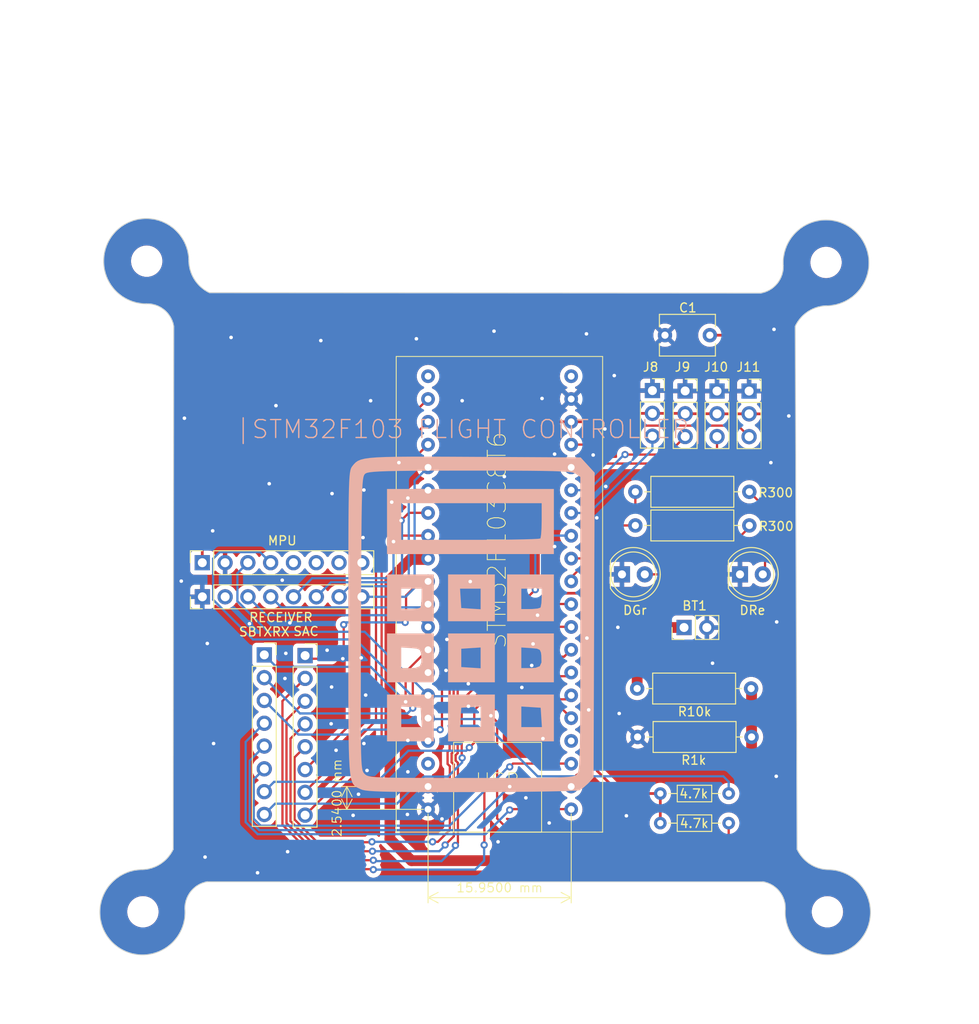
<source format=kicad_pcb>
(kicad_pcb (version 20221018) (generator pcbnew)
  (layers (0 "F.Cu" signal) (31 "B.Cu" signal) (34 "B.Paste" user) (35 "F.Paste" user) (36 "B.SilkS" user "B.Silkscreen") (37 "F.SilkS" user "F.Silkscreen") (38 "B.Mask" user) (39 "F.Mask" user) (44 "Edge.Cuts" user))
  (net 0 "")
  (net 1 "VCC")
  (net 2 "GND")
  (net 3 "/SCL")
  (net 4 "/SDA")
  (net 9 "/TX")
  (net 10 "/RX")
  (net 11 "/ESC1")
  (net 12 "/ESC2")
  (net 13 "/ESC3")
  (net 14 "/ESC4")
  (net 15 "/CH6")
  (net 16 "/CH5")
  (net 17 "/CH4")
  (net 18 "/CH3")
  (net 19 "/CH2")
  (net 20 "/CH1")
  (net 21 "/BATT_ANALOG")
  (net 22 "/PB3")
  (net 23 "Net-(D1-A)")
  (net 24 "/PB4")
  (net 25 "Net-(D2-A)")
  (net 26 "/C13")
  (net 27 "/C14")
  (net 28 "/C15")
  (net 29 "/PA5")
  (net 30 "/PB0")
  (net 31 "/PB1")
  (net 32 "/PB12")
  (net 33 "/PB13")
  (net 34 "/PB14")
  (net 35 "/PA8")
  (net 36 "+5V")
  (net 37 "/PA11")
  (net 38 "/PA12")
  (net 39 "/PA15")
  (net 40 "/PB5")
  (net 41 "Net-(J6-Pin_2)")
  (footprint "Connector_PinHeader_2.54mm:PinHeader_1x08_P2.54mm_Vertical" (layer "F.Cu") (at 98.85 102.8 90)
    (fp_text reference "J6" hide)
    (fp_text value "RECEIVER")
  )
  (footprint "Connector_PinSocket_2.54mm:PinSocket_1x08_P2.54mm_Vertical" (layer "F.Cu") (at 98.84 99 90)
    (fp_text reference "MPU")
    (fp_text value "mpu6050 socket pins")
  )
  (footprint "Connector_PinSocket_2.54mm:PinSocket_1x03_P2.54mm_Vertical" (layer "F.Cu") (at 159.775 79.875)
    (fp_text reference "J11")
    (fp_text value "ESC4 VGS")
  )
  (footprint "MountingHole:MountingHole_3.2mm_M3" (layer "F.Cu") (at 92.65 65.4)
    (fp_text reference "REF**" hide)
    (fp_text value "MountingHole_3mm")
  )
  (footprint "Connector_PinSocket_2.54mm:PinSocket_1x03_P2.54mm_Vertical" (layer "F.Cu") (at 149 79.82)
    (fp_text reference "J8")
    (fp_text value "ESC1 VGS")
  )
  (footprint "Library:stm32f103" (layer "F.Cu") (at 143.45 75.62 180)
    (fp_text reference "U1" hide)
    (fp_text value "STM32F103C8Tx" hide)
  )
  (footprint "Connector_PinHeader_2.54mm:PinHeader_1x02_P2.54mm_Vertical" (layer "F.Cu") (at 152.525 106.22 90)
    (fp_text reference "BT1")
    (fp_text value "Battery")
  )
  (footprint "Resistor_THT:R_Axial_DIN0309_L9.0mm_D3.2mm_P12.70mm_Horizontal" (layer "F.Cu") (at 160 113.02 180)
    (fp_text reference "R10k")
    (fp_text value "R" hide)
  )
  (footprint "LED_THT:LED_D5.0mm" (layer "F.Cu") (at 145.61 100.3)
    (fp_text reference "DGr")
    (fp_text value "LED")
  )
  (footprint "Capacitor_THT:C_Disc_D6.0mm_W4.4mm_P5.00mm" (layer "F.Cu") (at 155.4 73.65 180)
    (fp_text reference "C1")
    (fp_text value "C")
  )
  (footprint "Connector_PinSocket_2.54mm:PinSocket_1x08_P2.54mm_Vertical" (layer "F.Cu") (at 105.75 109.27)
    (fp_text reference "SBTXRX")
    (fp_text value "connector socket 2")
  )
  (footprint "Resistor_THT:R_Axial_DIN0204_L3.6mm_D1.6mm_P7.62mm_Horizontal" (layer "F.Cu") (at 149.88 128.02)
    (fp_text reference "4.7k")
    (fp_text value "4.7k")
  )
  (footprint "Resistor_THT:R_Axial_DIN0309_L9.0mm_D3.2mm_P12.70mm_Horizontal" (layer "F.Cu") (at 147.1 94.85)
    (fp_text reference "R300")
    (fp_text value "R" hide)
  )
  (footprint "Resistor_THT:R_Axial_DIN0204_L3.6mm_D1.6mm_P7.62mm_Horizontal" (layer "F.Cu") (at 149.88 124.72)
    (fp_text reference "4.7k")
    (fp_text value "4.7k")
  )
  (footprint "Connector_PinSocket_2.54mm:PinSocket_1x03_P2.54mm_Vertical" (layer "F.Cu") (at 156.2 79.87)
    (fp_text reference "J10")
    (fp_text value "ESC3 VGS")
  )
  (footprint "Resistor_THT:R_Axial_DIN0309_L9.0mm_D3.2mm_P12.70mm_Horizontal" (layer "F.Cu") (at 147.35 118.42)
    (fp_text reference "R1k")
    (fp_text value "R" hide)
  )
  (footprint "Connector_PinSocket_2.54mm:PinSocket_1x03_P2.54mm_Vertical" (layer "F.Cu") (at 152.65 79.86)
    (fp_text reference "J9")
    (fp_text value "ESC2 VGS")
  )
  (footprint "Resistor_THT:R_Axial_DIN0309_L9.0mm_D3.2mm_P12.70mm_Horizontal" (layer "F.Cu") (at 147.1 91.1)
    (fp_text reference "R300")
    (fp_text value "R" hide)
  )
  (footprint "MountingHole:MountingHole_3.2mm_M3" (layer "F.Cu") (at 168.35 65.54041)
    (fp_text reference "REF**" hide)
    (fp_text value "MountingHole_3mm")
  )
  (footprint "Connector_PinSocket_2.54mm:PinSocket_1x08_P2.54mm_Vertical" (layer "F.Cu") (at 110.3 109.35)
    (fp_text reference "SAC")
    (fp_text value "connector socket 1")
  )
  (footprint "MountingHole:MountingHole_3.2mm_M3" (layer "F.Cu") (at 168.5 137.9)
    (fp_text reference "REF**" hide)
    (fp_text value "MountingHole_3mm")
  )
  (footprint "MountingHole:MountingHole_3.2mm_M3" (layer "F.Cu") (at 92.226651 137.894591)
    (fp_text reference "REF**" hide)
    (fp_text value "MountingHole_3mm")
  )
  (footprint "LED_THT:LED_D5.0mm" (layer "F.Cu") (at 158.76 100.3)
    (fp_text reference "DRe")
    (fp_text value "LED")
  )
  (footprint "Graphics:pcbLogo_40mmx40mm" (layer "B.Cu") (at 128.95 105.75 180)
    (fp_text reference "G***" hide)
    (fp_text value "LOGO" hide)
  )
  (gr_arc (start 92.6 70.154208) (mid 89.238267 62.038267) (end 97.354208 65.4) (stroke (width 0.1)) (layer "Edge.Cuts"))
  (gr_line (start 95.655311 72.649099) (end 95.597205 130.930686) (stroke (width 0.1)) (layer "Edge.Cuts"))
  (gr_arc (start 164.920308 72.65) (mid 166.317955 71.034602) (end 168.35 70.376025) (stroke (width 0.1)) (layer "Edge.Cuts"))
  (gr_arc (start 168.55 133.195792) (mid 171.783705 141.435083) (end 163.809084 137.594747) (stroke (width 0.1)) (layer "Edge.Cuts"))
  (gr_arc (start 92.6 70.154208) (mid 94.59587 70.828266) (end 95.655311 72.649099) (stroke (width 0.1)) (layer "Edge.Cuts"))
  (gr_arc (start 163.574058 65.894541) (mid 162.899993 67.89041) (end 161.079167 68.949852) (stroke (width 0.1)) (layer "Edge.Cuts"))
  (gr_arc (start 96.917567 137.589338) (mid 88.942958 141.429662) (end 92.176651 133.190383) (stroke (width 0.1)) (layer "Edge.Cuts"))
  (gr_arc (start 95.597205 130.930686) (mid 94.203159 132.539221) (end 92.176651 133.190383) (stroke (width 0.1)) (layer "Edge.Cuts"))
  (gr_line (start 99.4 134.55) (end 161.32665 134.555409) (stroke (width 0.1)) (layer "Edge.Cuts"))
  (gr_arc (start 96.917567 137.589338) (mid 97.588483 135.603866) (end 99.4 134.55) (stroke (width 0.1)) (layer "Edge.Cuts"))
  (gr_arc (start 163.574059 65.894541) (mid 171.624649 62.100599) (end 168.35 70.376025) (stroke (width 0.1)) (layer "Edge.Cuts"))
  (gr_arc (start 161.32665 134.555409) (mid 163.138155 135.609285) (end 163.809083 137.594747) (stroke (width 0.1)) (layer "Edge.Cuts"))
  (gr_line (start 99.643238 68.914321) (end 161.079167 68.949852) (stroke (width 0.1)) (layer "Edge.Cuts"))
  (gr_line (start 164.920308 72.65) (end 165.129446 130.936095) (stroke (width 0.1)) (layer "Edge.Cuts"))
  (gr_arc (start 168.55 133.195792) (mid 166.523487 132.544637) (end 165.129446 130.936095) (stroke (width 0.1)) (layer "Edge.Cuts"))
  (gr_arc (start 99.643238 68.914321) (mid 98.000762 67.481504) (end 97.354208 65.4) (stroke (width 0.1)) (layer "Edge.Cuts"))
  (gr_text "|STM32F103 FLIGHT CONTROLLER|" (at 102.35 85.3) (layer "B.SilkS") (effects (font (size 2 2)) (justify left bottom)))
  (segment (start 149.18 106.22) (end 147.3 108.1) (width 1.2) (layer "F.Cu") (net 1))
  (segment (start 152.525 106.22) (end 149.18 106.22) (width 1.2) (layer "F.Cu") (net 1))
  (segment (start 147.3 108.1) (end 147.3 113.02) (width 1.2) (layer "F.Cu") (net 1))
  (via (at 117.2 122.15) (size 0.8) (drill 0.4) (layers "F.Cu" "B.Cu") (net 2))
  (via (at 121.75 122.3) (size 0.8) (drill 0.4) (layers "F.Cu" "B.Cu") (net 2))
  (via (at 121.75 118.8) (size 0.8) (drill 0.4) (layers "F.Cu" "B.Cu") (net 2))
  (via (at 132.5 89.4) (size 0.8) (drill 0.4) (layers "F.Cu" "B.Cu") (net 2))
  (via (at 126 111) (size 0.8) (drill 0.4) (layers "F.Cu" "B.Cu") (net 2))
  (via (at 108.15 109.1) (size 0.8) (drill 0.4) (layers "F.Cu" "B.Cu") (net 2))
  (via (at 138.1 97.2) (size 0.8) (drill 0.4) (layers "F.Cu" "B.Cu") (net 2))
  (via (at 108.6 105.7) (size 0.8) (drill 0.4) (layers "F.Cu" "B.Cu") (net 2))
  (via (at 136.2 104.85) (size 0.8) (drill 0.4) (layers "F.Cu" "B.Cu") (net 2))
  (via (at 162.8 122.8) (size 0.8) (drill 0.4) (layers "F.Cu" "B.Cu") (net 2))
  (via (at 112.05 74.25) (size 0.8) (drill 0.4) (layers "F.Cu" "B.Cu") (net 2))
  (via (at 145.3 115.8) (size 0.8) (drill 0.4) (layers "F.Cu" "B.Cu") (net 2))
  (via (at 141.9 115.4) (size 0.8) (drill 0.4) (layers "F.Cu" "B.Cu") (net 2))
  (via (at 137.5 128) (size 0.8) (drill 0.4) (layers "F.Cu" "B.Cu") (net 2))
  (via (at 108.35 131.2) (size 0.8) (drill 0.4) (layers "F.Cu" "B.Cu") (net 2))
  (via (at 143.7 84.1) (size 0.8) (drill 0.4) (layers "F.Cu" "B.Cu") (net 2))
  (via (at 106.3 90.2) (size 0.8) (drill 0.4) (layers "F.Cu" "B.Cu") (net 2))
  (via (at 120.75 87.85) (size 0.8) (drill 0.4) (layers "F.Cu" "B.Cu") (net 2))
  (via (at 99.4 108) (size 0.8) (drill 0.4) (layers "F.Cu" "B.Cu") (net 2))
  (via (at 96.85 82.9) (size 0.8) (drill 0.4) (layers "F.Cu" "B.Cu") (net 2))
  (via (at 136.8 118.6) (size 0.8) (drill 0.4) (layers "F.Cu" "B.Cu") (net 2))
  (via (at 116.75 96.2) (size 0.8) (drill 0.4) (layers "F.Cu" "B.Cu") (net 2))
  (via (at 134.45 112.9) (size 0.8) (drill 0.4) (layers "F.Cu" "B.Cu") (net 2))
  (via (at 145.15 106.2) (size 0.8) (drill 0.4) (layers "F.Cu" "B.Cu") (net 2))
  (via (at 128.487299 112.487299) (size 0.8) (drill 0.4) (layers "F.Cu" "B.Cu") (net 2))
  (via (at 107.05 81.5) (size 0.8) (drill 0.4) (layers "F.Cu" "B.Cu") (net 2))
  (via (at 162.55 73) (size 0.8) (drill 0.4) (layers "F.Cu" "B.Cu") (net 2))
  (via (at 104.1 105.8) (size 0.8) (drill 0.4) (layers "F.Cu" "B.Cu") (net 2))
  (via (at 116.85 119.15) (size 0.8) (drill 0.4) (layers "F.Cu" "B.Cu") (net 2))
  (via (at 96.5 101.05) (size 0.8) (drill 0.4) (layers "F.Cu" "B.Cu") (net 2))
  (via (at 135.7 108.05) (size 0.8) (drill 0.4) (layers "F.Cu" "B.Cu") (net 2))
  (via (at 113.3 91.3) (size 0.8) (drill 0.4) (layers "F.Cu" "B.Cu") (net 2))
  (via (at 119.95 92.25) (size 0.8) (drill 0.4) (layers "F.Cu" "B.Cu") (net 2))
  (via (at 99.15 131.8) (size 0.8) (drill 0.4) (layers "F.Cu" "B.Cu") (net 2))
  (via (at 138.1 86.9) (size 0.8) (drill 0.4) (layers "F.Cu" "B.Cu") (net 2))
  (via (at 105 133.55) (size 0.8) (drill 0.4) (layers "F.Cu" "B.Cu") (net 2))
  (via (at 164.2 82.65) (size 0.8) (drill 0.4) (layers "F.Cu" "B.Cu") (net 2))
  (via (at 100 95.45) (size 0.8) (drill 0.4) (layers "F.Cu" "B.Cu") (net 2))
  (via (at 144.75 78.15) (size 0.8) (drill 0.4) (layers "F.Cu" "B.Cu") (net 2))
  (via (at 162.2 87.85) (size 0.8) (drill 0.4) (layers "F.Cu" "B.Cu") (net 2))
  (via (at 131.35 73.2) (size 0.8) (drill 0.4) (layers "F.Cu" "B.Cu") (net 2))
  (via (at 117.6 80.95) (size 0.8) (drill 0.4) (layers "F.Cu" "B.Cu") (net 2))
  (via (at 112.75 108.75) (size 0.8) (drill 0.4) (layers "F.Cu" "B.Cu") (net 2))
  (via (at 128.5 115) (size 0.8) (drill 0.4) (layers "F.Cu" "B.Cu") (net 2))
  (via (at 108.05 111.9) (size 0.8) (drill 0.4) (layers "F.Cu" "B.Cu") (net 2))
  (via (at 116.55 109.6) (size 0.8) (drill 0.4) (layers "F.Cu" "B.Cu") (net 2))
  (via (at 126.1 107.55) (size 0.8) (drill 0.4) (layers "F.Cu" "B.Cu") (net 2))
  (via (at 102.05 73.9) (size 0.8) (drill 0.4) (layers "F.Cu" "B.Cu") (net 2))
  (via (at 136.7 80.7) (size 0.8) (drill 0.4) (layers "F.Cu" "B.Cu") (net 2))
  (via (at 142.8 94) (size 0.8) (drill 0.4) (layers "F.Cu" "B.Cu") (net 2))
  (via (at 127.8 80.95) (size 0.8) (drill 0.4) (layers "F.Cu" "B.Cu") (net 2))
  (via (at 162.85 105.6) (size 0.8) (drill 0.4) (layers "F.Cu" "B.Cu") (net 2))
  (via (at 142.4 87) (size 0.8) (drill 0.4) (layers "F.Cu" "B.Cu") (net 2))
  (via (at 113.75 119.9) (size 0.8) (drill 0.4) (layers "F.Cu" "B.Cu") (net 2))
  (via (at 121.7 127.05) (size 0.8) (drill 0.4) (layers "F.Cu" "B.Cu") (net 2))
  (via (at 141.7 107.4) (size 0.8) (drill 0.4) (layers "F.Cu" "B.Cu") (net 2))
  (via (at 114.5 109.7) (size 0.8) (drill 0.4) (layers "F.Cu" "B.Cu") (net 2))
  (via (at 113.25 112.85) (size 0.8) (drill 0.4) (layers "F.Cu" "B.Cu") (net 2))
  (via (at 125.55 127.55) (size 0.8) (drill 0.4) (layers "F.Cu" "B.Cu") (net 2))
  (via (at 146.1 127.2) (size 0.8) (drill 0.4) (layers "F.Cu" "B.Cu") (net 2))
  (via (at 115.65 127.15) (size 0.8) (drill 0.4) (layers "F.Cu" "B.Cu") (net 2))
  (via (at 113.2 116.95) (size 0.8) (drill 0.4) (layers "F.Cu" "B.Cu") (net 2))
  (via (at 107.75 100.95) (size 0.8) (drill 0.4) (layers "F.Cu" "B.Cu") (net 2))
  (via (at 143.8 90.5) (size 0.8) (drill 0.4) (layers "F.Cu" "B.Cu") (net 2))
  (via (at 116.85 90.9) (size 0.8) (drill 0.4) (layers "F.Cu" "B.Cu") (net 2))
  (via (at 100.1 119.15) (size 0.8) (drill 0.4) (layers "F.Cu" "B.Cu") (net 2))
  (via (at 134.9 125.2) (size 0.8) (drill 0.4) (layers "F.Cu" "B.Cu") (net 2))
  (via (at 155.7 110.2) (size 0.8) (drill 0.4) (layers "F.Cu" "B.Cu") (net 2))
  (via (at 122.7 74.05) (size 0.8) (drill 0.4) (layers "F.Cu" "B.Cu") (net 2))
  (via (at 131.8 130.1) (size 0.8) (drill 0.4) (layers "F.Cu" "B.Cu") (net 2))
  (via (at 141.65 73.5) (size 0.8) (drill 0.4) (layers "F.Cu" "B.Cu") (net 2))
  (via (at 117.05 113.75) (size 0.8) (drill 0.4) (layers "F.Cu" "B.Cu") (net 2))
  (via (at 135.55 110.45) (size 0.8) (drill 0.4) (layers "F.Cu" "B.Cu") (net 2))
  (via (at 128.7 101.1) (size 0.8) (drill 0.4) (layers "F.Cu" "B.Cu") (net 2))
  (via (at 116.25 124.8) (size 0.8) (drill 0.4) (layers "F.Cu" "B.Cu") (net 2))
  (segment (start 131.7 127.5) (end 134.1 129.9) (width 0.25) (layer "F.Cu") (net 3))
  (segment (start 134.1 129.9) (end 157.1 129.9) (width 0.25) (layer "F.Cu") (net 3))
  (segment (start 131.7 116.75) (end 131.7 127.5) (width 0.25) (layer "F.Cu") (net 3))
  (segment (start 157.5 129.5) (end 157.5 128.02) (width 0.25) (layer "F.Cu") (net 3))
  (segment (start 157.1 129.9) (end 157.5 129.5) (width 0.25) (layer "F.Cu") (net 3))
  (segment (start 131 116.05) (end 131.7 116.75) (width 0.25) (layer "F.Cu") (net 3))
  (via (at 131 116.05) (size 0.8) (drill 0.4) (layers "F.Cu" "B.Cu") (net 3))
  (segment (start 131 116.05) (end 128.83 113.88) (width 0.25) (layer "B.Cu") (net 3))
  (segment (start 128.83 113.88) (end 124.12 113.88) (width 0.25) (layer "B.Cu") (net 3))
  (segment (start 116.94 106.7) (end 124 113.76) (width 0.25) (layer "B.Cu") (net 3))
  (segment (start 102.755 103.286701) (end 106.168299 106.7) (width 0.25) (layer "B.Cu") (net 3))
  (segment (start 124.12 113.88) (end 124 113.76) (width 0.25) (layer "B.Cu") (net 3))
  (segment (start 106.168299 106.7) (end 116.94 106.7) (width 0.25) (layer "B.Cu") (net 3))
  (segment (start 103.92 99) (end 102.755 100.165) (width 0.25) (layer "B.Cu") (net 3))
  (segment (start 102.755 100.165) (end 102.755 103.286701) (width 0.25) (layer "B.Cu") (net 3))
  (segment (start 124 115.624695) (end 115.925305 107.55) (width 0.25) (layer "B.Cu") (net 4))
  (segment (start 157.5 124.72) (end 157.5 123.4) (width 0.25) (layer "B.Cu") (net 4))
  (segment (start 100.05 103.121701) (end 100.05 98.55) (width 0.25) (layer "B.Cu") (net 4))
  (segment (start 124 116.3) (end 124 115.624695) (width 0.25) (layer "B.Cu") (net 4))
  (segment (start 115.925305 107.55) (end 104.478299 107.55) (width 0.25) (layer "B.Cu") (net 4))
  (segment (start 157.5 123.4) (end 156.9 122.8) (width 0.25) (layer "B.Cu") (net 4))
  (segment (start 136.2 122.8) (end 133.4 120) (width 0.25) (layer "B.Cu") (net 4))
  (segment (start 105.285 97.825) (end 106.46 99) (width 0.25) (layer "B.Cu") (net 4))
  (segment (start 100.05 98.55) (end 100.775 97.825) (width 0.25) (layer "B.Cu") (net 4))
  (segment (start 129.82 116.42) (end 124.36 116.42) (width 0.25) (layer "B.Cu") (net 4))
  (segment (start 104.478299 107.55) (end 100.05 103.121701) (width 0.25) (layer "B.Cu") (net 4))
  (segment (start 100.775 97.825) (end 105.285 97.825) (width 0.25) (layer "B.Cu") (net 4))
  (segment (start 156.9 122.8) (end 136.2 122.8) (width 0.25) (layer "B.Cu") (net 4))
  (segment (start 133.4 120) (end 129.82 116.42) (width 0.25) (layer "B.Cu") (net 4))
  (segment (start 127.75 120.7) (end 127.75 114.35) (width 0.25) (layer "F.Cu") (net 9))
  (segment (start 127.8 120.75) (end 127.75 120.7) (width 0.25) (layer "F.Cu") (net 9))
  (segment (start 139.52 111.65) (end 139.95 111.22) (width 0.25) (layer "F.Cu") (net 9))
  (segment (start 139.83 111.34) (end 139.6 111.34) (width 0.25) (layer "F.Cu") (net 9))
  (segment (start 127.75 114.35) (end 130.45 111.65) (width 0.25) (layer "F.Cu") (net 9))
  (segment (start 130.45 111.65) (end 139.52 111.65) (width 0.25) (layer "F.Cu") (net 9))
  (segment (start 139.95 111.22) (end 139.83 111.34) (width 0.25) (layer "F.Cu") (net 9))
  (via (at 127.8 120.75) (size 0.8) (drill 0.4) (layers "F.Cu" "B.Cu") (net 9))
  (segment (start 127.8 120.75) (end 127.8 121.25) (width 0.25) (layer "B.Cu") (net 9))
  (segment (start 120.532749 125.85) (end 106.95 125.85) (width 0.25) (layer "B.Cu") (net 9))
  (segment (start 123.549749 122.833) (end 120.532749 125.85) (width 0.25) (layer "B.Cu") (net 9))
  (segment (start 106.95 125.85) (end 105.75 127.05) (width 0.25) (layer "B.Cu") (net 9))
  (segment (start 127.8 121.25) (end 126.217 122.833) (width 0.25) (layer "B.Cu") (net 9))
  (segment (start 126.217 122.833) (end 123.549749 122.833) (width 0.25) (layer "B.Cu") (net 9))
  (segment (start 128.6 119.6) (end 129.15 119.05) (width 0.25) (layer "F.Cu") (net 10))
  (segment (start 129.15 119.05) (end 129.15 115.424695) (width 0.25) (layer "F.Cu") (net 10))
  (segment (start 130.349695 114.225) (end 139.485 114.225) (width 0.25) (layer "F.Cu") (net 10))
  (segment (start 129.15 115.424695) (end 130.349695 114.225) (width 0.25) (layer "F.Cu") (net 10))
  (segment (start 139.485 114.225) (end 139.95 113.76) (width 0.25) (layer "F.Cu") (net 10))
  (via (at 128.6 119.6) (size 0.8) (drill 0.4) (layers "F.Cu" "B.Cu") (net 10))
  (segment (start 128.6 119.6) (end 128.25 119.95) (width 0.25) (layer "B.Cu") (net 10))
  (segment (start 105.75 124.51) (end 106.845 123.415) (width 0.25) (layer "B.Cu") (net 10))
  (segment (start 128.25 119.95) (end 126.627208 119.95) (width 0.25) (layer "B.Cu") (net 10))
  (segment (start 121.8 119.95) (end 126.6 119.95) (width 0.25) (layer "B.Cu") (net 10))
  (segment (start 106.845 123.415) (end 118.335 123.415) (width 0.25) (layer "B.Cu") (net 10))
  (segment (start 118.335 123.415) (end 121.8 119.95) (width 0.25) (layer "B.Cu") (net 10))
  (segment (start 141.94 93.46) (end 139.95 93.46) (width 0.25) (layer "B.Cu") (net 11))
  (segment (start 149 86.4) (end 141.94 93.46) (width 0.25) (layer "B.Cu") (net 11))
  (segment (start 149 84.9) (end 149 86.4) (width 0.25) (layer "B.Cu") (net 11))
  (segment (start 145.95 86.95) (end 150.64 86.95) (width 0.25) (layer "F.Cu") (net 12))
  (segment (start 150.64 86.95) (end 152.65 84.94) (width 0.25) (layer "F.Cu") (net 12))
  (via (at 145.95 86.95) (size 0.8) (drill 0.4) (layers "F.Cu" "B.Cu") (net 12))
  (segment (start 139.95 90.92) (end 141.88 90.92) (width 0.25) (layer "B.Cu") (net 12))
  (segment (start 145.85 86.95) (end 145.95 86.95) (width 0.25) (layer "B.Cu") (net 12))
  (segment (start 145.95 86.85) (end 145.95 86.85) (width 0.25) (layer "B.Cu") (net 12))
  (segment (start 145.95 86.95) (end 145.95 86.85) (width 0.25) (layer "B.Cu") (net 12))
  (segment (start 141.88 90.92) (end 145.85 86.95) (width 0.25) (layer "B.Cu") (net 12))
  (segment (start 154.85 87.95) (end 140.38 87.95) (width 0.25) (layer "F.Cu") (net 13))
  (segment (start 156.2 86.6) (end 154.85 87.95) (width 0.25) (layer "F.Cu") (net 13))
  (segment (start 156.2 84.95) (end 156.2 86.6) (width 0.25) (layer "F.Cu") (net 13))
  (segment (start 140.38 87.95) (end 139.95 88.38) (width 0.25) (layer "F.Cu") (net 13))
  (segment (start 142.985305 85.84) (end 139.95 85.84) (width 0.25) (layer "F.Cu") (net 14))
  (segment (start 145.100305 83.725) (end 142.985305 85.84) (width 0.25) (layer "F.Cu") (net 14))
  (segment (start 159.775 84.955) (end 158.545 83.725) (width 0.25) (layer "F.Cu") (net 14))
  (segment (start 158.545 83.725) (end 145.100305 83.725) (width 0.25) (layer "F.Cu") (net 14))
  (segment (start 122.71 104.85) (end 105.98 104.85) (width 0.25) (layer "B.Cu") (net 15))
  (segment (start 105.98 104.85) (end 103.93 102.8) (width 0.25) (layer "B.Cu") (net 15))
  (segment (start 124 106.14) (end 122.71 104.85) (width 0.25) (layer "B.Cu") (net 15))
  (segment (start 107.645 103.975) (end 123.625 103.975) (width 0.25) (layer "B.Cu") (net 16))
  (segment (start 123.625 103.975) (end 124 103.6) (width 0.25) (layer "B.Cu") (net 16))
  (segment (start 106.47 102.8) (end 107.645 103.975) (width 0.25) (layer "B.Cu") (net 16))
  (segment (start 120.82 95.98) (end 124 95.98) (width 0.25) (layer "F.Cu") (net 17))
  (segment (start 120.15 96.65) (end 120.82 95.98) (width 0.25) (layer "F.Cu") (net 17))
  (via (at 120.15 96.65) (size 0.8) (drill 0.4) (layers "F.Cu" "B.Cu") (net 17))
  (segment (start 119.6 100.725) (end 119.625 100.725) (width 0.25) (layer "B.Cu") (net 17))
  (segment (start 111.085 100.725) (end 119.6 100.725) (width 0.25) (layer "B.Cu") (net 17))
  (segment (start 109.01 102.8) (end 111.085 100.725) (width 0.25) (layer "B.Cu") (net 17))
  (segment (start 120.15 96.65) (end 120.15 96.75) (width 0.25) (layer "B.Cu") (net 17))
  (segment (start 119.625 100.725) (end 120.15 100.2) (width 0.25) (layer "B.Cu") (net 17))
  (segment (start 120.15 100.2) (end 120.15 96.65) (width 0.25) (layer "B.Cu") (net 17))
  (segment (start 121.86 93.44) (end 124 93.44) (width 0.25) (layer "F.Cu") (net 18))
  (segment (start 121 94.3) (end 121.86 93.44) (width 0.25) (layer "F.Cu") (net 18))
  (via (at 121 94.3) (size 0.8) (drill 0.4) (layers "F.Cu" "B.Cu") (net 18))
  (segment (start 121 94.3) (end 121.05 94.3) (width 0.25) (layer "B.Cu") (net 18))
  (segment (start 121.05 94.3) (end 121.05 94.3) (width 0.25) (layer "B.Cu") (net 18))
  (segment (start 121.1 94.4) (end 121 94.3) (width 0.25) (layer "B.Cu") (net 18))
  (segment (start 113.175 101.175) (end 120.475 101.175) (width 0.25) (layer "B.Cu") (net 18))
  (segment (start 121 94.35) (end 121 94.35) (width 0.25) (layer "B.Cu") (net 18))
  (segment (start 111.55 102.8) (end 113.175 101.175) (width 0.25) (layer "B.Cu") (net 18))
  (segment (start 121.1 100.55) (end 121.1 94.4) (width 0.25) (layer "B.Cu") (net 18))
  (segment (start 120.475 101.175) (end 121.1 100.55) (width 0.25) (layer "B.Cu") (net 18))
  (segment (start 122.65 90.9) (end 124 90.9) (width 0.25) (layer "F.Cu") (net 19))
  (segment (start 121.75 91.8) (end 122.65 90.9) (width 0.25) (layer "F.Cu") (net 19))
  (via (at 121.75 91.8) (size 0.8) (drill 0.4) (layers "F.Cu" "B.Cu") (net 19))
  (segment (start 121.85 100.8) (end 121.85 92) (width 0.25) (layer "B.Cu") (net 19))
  (segment (start 114.09 102.8) (end 115.265 101.625) (width 0.25) (layer "B.Cu") (net 19))
  (segment (start 115.265 101.625) (end 121.025 101.625) (width 0.25) (layer "B.Cu") (net 19))
  (segment (start 121.65 91.8) (end 121.65 91.8) (width 0.25) (layer "B.Cu") (net 19))
  (segment (start 121.025 101.625) (end 121.85 100.8) (width 0.25) (layer "B.Cu") (net 19))
  (segment (start 121.75 91.8) (end 121.65 91.8) (width 0.25) (layer "B.Cu") (net 19))
  (segment (start 121.75 91.9) (end 121.75 91.8) (width 0.25) (layer "B.Cu") (net 19))
  (segment (start 121.85 92) (end 121.75 91.9) (width 0.25) (layer "B.Cu") (net 19))
  (segment (start 121.5 102.8) (end 122.5 101.8) (width 0.25) (layer "B.Cu") (net 20))
  (segment (start 122.5 89.86) (end 124 88.36) (width 0.25) (layer "B.Cu") (net 20))
  (segment (start 122.5 101.8) (end 122.5 89.86) (width 0.25) (layer "B.Cu") (net 20))
  (segment (start 116.63 102.8) (end 121.5 102.8) (width 0.25) (layer "B.Cu") (net 20))
  (segment (start 160.05 113.07) (end 160 113.02) (width 1.2) (layer "F.Cu") (net 21))
  (segment (start 119.75 129.8) (end 119.75 100.9) (width 1.2) (layer "F.Cu") (net 21))
  (segment (start 119.75 100.9) (end 122.01 98.64) (width 1.2) (layer "F.Cu") (net 21))
  (segment (start 122.15 132.2) (end 119.75 129.8) (width 1.2) (layer "F.Cu") (net 21))
  (segment (start 158.2 132.2) (end 122.15 132.2) (width 1.2) (layer "F.Cu") (net 21))
  (segment (start 160.05 130.35) (end 158.2 132.2) (width 1.2) (layer "F.Cu") (net 21))
  (segment (start 123.88 98.64) (end 124 98.52) (width 1.2) (layer "F.Cu") (net 21))
  (segment (start 160.05 118.42) (end 160.05 130.35) (width 1.2) (layer "F.Cu") (net 21))
  (segment (start 122.01 98.64) (end 123.88 98.64) (width 1.2) (layer "F.Cu") (net 21))
  (segment (start 160.05 118.42) (end 160.05 113.07) (width 1.2) (layer "F.Cu") (net 21))
  (segment (start 160 118.37) (end 160.05 118.42) (width 1.2) (layer "F.Cu") (net 21))
  (segment (start 145.736396 94.85) (end 139.95 100.636396) (width 0.25) (layer "F.Cu") (net 22))
  (segment (start 147.1 94.85) (end 145.736396 94.85) (width 0.25) (layer "F.Cu") (net 22))
  (segment (start 139.95 100.636396) (end 139.95 101.06) (width 0.25) (layer "F.Cu") (net 22))
  (segment (start 159.8 95.05) (end 154.55 100.3) (width 0.25) (layer "F.Cu") (net 23))
  (segment (start 154.55 100.3) (end 148.15 100.3) (width 0.25) (layer "F.Cu") (net 23))
  (segment (start 159.8 94.85) (end 159.8 95.05) (width 0.25) (layer "F.Cu") (net 23))
  (segment (start 139.95 98.52) (end 141.43 98.52) (width 0.25) (layer "F.Cu") (net 24))
  (segment (start 141.43 98.52) (end 147.1 92.85) (width 0.25) (layer "F.Cu") (net 24))
  (segment (start 147.1 92.85) (end 147.1 91.1) (width 0.25) (layer "F.Cu") (net 24))
  (segment (start 161.3 100.3) (end 161.55 100.05) (width 0.25) (layer "F.Cu") (net 25))
  (segment (start 161.55 100.05) (end 161.55 92.85) (width 0.25) (layer "F.Cu") (net 25))
  (segment (start 161.55 92.85) (end 159.8 91.1) (width 0.25) (layer "F.Cu") (net 25))
  (segment (start 110.3 122.05) (end 115.445 116.904999) (width 0.25) (layer "F.Cu") (net 26))
  (segment (start 115.445 116.904999) (end 115.445 89.295) (width 0.25) (layer "F.Cu") (net 26))
  (segment (start 115.445 89.295) (end 124 80.74) (width 0.25) (layer "F.Cu") (net 26))
  (segment (start 110.3 124.5) (end 118.2 116.6) (width 0.25) (layer "F.Cu") (net 27))
  (segment (start 118.2 89.08) (end 124 83.28) (width 0.25) (layer "F.Cu") (net 27))
  (segment (start 118.2 116.6) (end 118.2 89.08) (width 0.25) (layer "F.Cu") (net 27))
  (segment (start 110.3 124.59) (end 110.3 124.5) (width 0.25) (layer "F.Cu") (net 27))
  (segment (start 118.825 118.605) (end 118.825 90.995) (width 0.25) (layer "F.Cu") (net 28))
  (segment (start 110.3 127.13) (end 118.825 118.605) (width 0.25) (layer "F.Cu") (net 28))
  (segment (start 118.825 90.995) (end 124 85.82) (width 0.25) (layer "F.Cu") (net 28))
  (segment (start 121.45 105.65) (end 121.55 105.55) (width 0.25) (layer "F.Cu") (net 29))
  (segment (start 114.6 108.35) (end 114.6 105.9) (width 0.25) (layer "F.Cu") (net 29))
  (segment (start 110.3 109.35) (end 110.65 109.7) (width 0.25) (layer "F.Cu") (net 29))
  (segment (start 123.14 101.06) (end 124 101.06) (width 0.25) (layer "F.Cu") (net 29))
  (segment (start 113.25 109.7) (end 114.6 108.35) (width 0.25) (layer "F.Cu") (net 29))
  (segment (start 121.55 102.65) (end 123.14 101.06) (width 0.25) (layer "F.Cu") (net 29))
  (segment (start 121.55 105.55) (end 121.55 102.65) (width 0.25) (layer "F.Cu") (net 29))
  (segment (start 110.65 109.7) (end 113.25 109.7) (width 0.25) (layer "F.Cu") (net 29))
  (segment (start 114.6 105.9) (end 114.6 105.95) (width 0.25) (layer "F.Cu") (net 29))
  (via (at 114.6 105.9) (size 0.8) (drill 0.4) (layers "F.Cu" "B.Cu") (net 29))
  (via (at 121.45 105.65) (size 0.8) (drill 0.4) (layers "F.Cu" "B.Cu") (net 29))
  (segment (start 114.6 105.9) (end 114.85 105.65) (width 0.25) (layer "B.Cu") (net 29))
  (segment (start 121.45 105.65) (end 121.35 105.65) (width 0.25) (layer "B.Cu") (net 29))
  (segment (start 114.85 105.65) (end 121.45 105.65) (width 0.25) (layer "B.Cu") (net 29))
  (segment (start 121.5 114.5) (end 121.5 111.18) (width 0.25) (layer "F.Cu") (net 30))
  (segment (start 121.5 111.18) (end 124 108.68) (width 0.25) (layer "F.Cu") (net 30))
  (via (at 121.5 114.5) (size 0.8) (drill 0.4) (layers "F.Cu" "B.Cu") (net 30))
  (segment (start 121.5 114.5) (end 121.45 114.45) (width 0.25) (layer "B.Cu") (net 30))
  (segment (start 105.75 109.27) (end 107.085546 110.605546) (width 0.25) (layer "B.Cu") (net 30))
  (segment (start 117.605546 110.605546) (end 121.5 114.5) (width 0.25) (layer "B.Cu") (net 30))
  (segment (start 107.085546 110.605546) (end 117.605546 110.605546) (width 0.25) (layer "B.Cu") (net 30))
  (segment (start 122.3 115.2) (end 122.3 111.85) (width 0.25) (layer "F.Cu") (net 31))
  (segment (start 122.3 111.85) (end 122.93 111.22) (width 0.25) (layer "F.Cu") (net 31))
  (segment (start 122.93 111.22) (end 124 111.22) (width 0.25) (layer "F.Cu") (net 31))
  (via (at 122.3 115.2) (size 0.8) (drill 0.4) (layers "F.Cu" "B.Cu") (net 31))
  (segment (start 122.3 115.2) (end 121.705 115.795) (width 0.25) (layer "B.Cu") (net 31))
  (segment (start 109.735 115.795) (end 105.75 111.81) (width 0.25) (layer "B.Cu") (net 31))
  (segment (start 121.705 115.795) (end 109.735 115.795) (width 0.25) (layer "B.Cu") (net 31))
  (segment (start 133.19 126.46) (end 139.95 126.46) (width 0.25) (layer "F.Cu") (net 32))
  (segment (start 133.1 126.55) (end 133.19 126.46) (width 0.25) (layer "F.Cu") (net 32))
  (via (at 133.1 126.55) (size 0.8) (drill 0.4) (layers "F.Cu" "B.Cu") (net 32))
  (segment (start 103.675 118.965) (end 105.75 116.89) (width 0.25) (layer "B.Cu") (net 32))
  (segment (start 103.675 127.909493) (end 103.675 118.965) (width 0.25) (layer "B.Cu") (net 32))
  (segment (start 130.4 129.25) (end 105.015507 129.25) (width 0.25) (layer "B.Cu") (net 32))
  (segment (start 133.1 126.55) (end 130.4 129.25) (width 0.25) (layer "B.Cu") (net 32))
  (segment (start 105.015507 129.25) (end 103.675 127.909493) (width 0.25) (layer "B.Cu") (net 32))
  (segment (start 133.13 123.92) (end 139.95 123.92) (width 0.25) (layer "F.Cu") (net 33))
  (segment (start 133.1 123.95) (end 133.13 123.92) (width 0.25) (layer "F.Cu") (net 33))
  (via (at 133.1 123.95) (size 0.8) (drill 0.4) (layers "F.Cu" "B.Cu") (net 33))
  (segment (start 105.201903 128.8) (end 128.2 128.8) (width 0.25) (layer "B.Cu") (net 33))
  (segment (start 133.1 123.95) (end 133.1 123.9) (width 0.25) (layer "B.Cu") (net 33))
  (segment (start 133.1 123.9) (end 133.1 123.9) (width 0.25) (layer "B.Cu") (net 33))
  (segment (start 128.2 128.8) (end 133.05 123.95) (width 0.25) (layer "B.Cu") (net 33))
  (segment (start 105.75 119.43) (end 104.125 121.055) (width 0.25) (layer "B.Cu") (net 33))
  (segment (start 104.125 121.055) (end 104.125 127.723097) (width 0.25) (layer "B.Cu") (net 33))
  (segment (start 104.125 127.723097) (end 105.201903 128.8) (width 0.25) (layer "B.Cu") (net 33))
  (segment (start 133.05 123.95) (end 133.1 123.95) (width 0.25) (layer "B.Cu") (net 33))
  (segment (start 133.1 121.75) (end 133.47 121.38) (width 0.25) (layer "F.Cu") (net 34))
  (segment (start 133.47 121.38) (end 139.95 121.38) (width 0.25) (layer "F.Cu") (net 34))
  (via (at 133.1 121.75) (size 0.8) (drill 0.4) (layers "F.Cu" "B.Cu") (net 34))
  (segment (start 133.05 121.8) (end 133.1 121.75) (width 0.25) (layer "B.Cu") (net 34))
  (segment (start 132.9 121.8) (end 133.05 121.8) (width 0.25) (layer "B.Cu") (net 34))
  (segment (start 104.575 127.536701) (end 105.343299 128.305) (width 0.25) (layer "B.Cu") (net 34))
  (segment (start 126.395 128.305) (end 132.9 121.8) (width 0.25) (layer "B.Cu") (net 34))
  (segment (start 105.343299 128.305) (end 126.395 128.305) (width 0.25) (layer "B.Cu") (net 34))
  (segment (start 104.575 123.145) (end 104.575 127.536701) (width 0.25) (layer "B.Cu") (net 34))
  (segment (start 133.1 121.75) (end 132.95 121.75) (width 0.25) (layer "B.Cu") (net 34))
  (segment (start 105.75 121.97) (end 104.575 123.145) (width 0.25) (layer "B.Cu") (net 34))
  (segment (start 132.95 121.75) (end 132.9 121.8) (width 0.25) (layer "B.Cu") (net 34))
  (segment (start 130.25 130.45) (end 130.275 130.425) (width 0.25) (layer "F.Cu") (net 35))
  (segment (start 107.775 114.415) (end 110.3 111.89) (width 0.25) (layer "F.Cu") (net 35))
  (segment (start 130.275 115.749695) (end 130.699695 115.325) (width 0.25) (layer "F.Cu") (net 35))
  (segment (start 107.775 128.211396) (end 107.775 114.415) (width 0.25) (layer "F.Cu") (net 35))
  (segment (start 117.9 133.2) (end 117.85 133.15) (width 0.25) (layer "F.Cu") (net 35))
  (segment (start 117.85 133.15) (end 112.713604 133.15) (width 0.25) (layer "F.Cu") (net 35))
  (segment (start 130.275 130.425) (end 130.275 115.749695) (width 0.25) (layer "F.Cu") (net 35))
  (segment (start 112.713604 133.15) (end 107.775 128.211396) (width 0.25) (layer "F.Cu") (net 35))
  (segment (start 130.699695 115.325) (end 138.975 115.325) (width 0.25) (layer "F.Cu") (net 35))
  (segment (start 138.975 115.325) (end 139.95 116.3) (width 0.25) (layer "F.Cu") (net 35))
  (segment (start 117.9 133.2) (end 117.9 132.95) (width 0.25) (layer "F.Cu") (net 35))
  (via (at 130.25 130.45) (size 0.8) (drill 0.4) (layers "F.Cu" "B.Cu") (net 35))
  (via (at 117.9 133.2) (size 0.8) (drill 0.4) (layers "F.Cu" "B.Cu") (net 35))
  (segment (start 130.25 132.2) (end 129.25 133.2) (width 0.25) (layer "B.Cu") (net 35))
  (segment (start 130.25 130.45) (end 130.25 132.2) (width 0.25) (layer "B.Cu") (net 35))
  (segment (start 130.4 130.45) (end 130.45 130.4) (width 0.25) (layer "B.Cu") (net 35))
  (segment (start 130.25 130.45) (end 130.4 130.45) (width 0.25) (layer "B.Cu") (net 35))
  (segment (start 129.25 133.2) (end 117.9 133.2) (width 0.25) (layer "B.Cu") (net 35))
  (segment (start 142.12 83.3) (end 143.06 82.36) (width 0.3) (layer "F.Cu") (net 36))
  (segment (start 162.2 74.95) (end 162.2 81.45) (width 0.3) (layer "F.Cu") (net 36))
  (segment (start 139.95 83.3) (end 142.12 83.3) (width 0.3) (layer "F.Cu") (net 36))
  (segment (start 142.85 104.45) (end 142.85 122.2) (width 0.3) (layer "F.Cu") (net 36))
  (segment (start 137.1 100.3) (end 139.2 102.4) (width 0.3) (layer "F.Cu") (net 36))
  (segment (start 156.19 82.4) (end 156.2 82.41) (width 0.3) (layer "F.Cu") (net 36))
  (segment (start 137.1 84.85) (end 137.1 100.3) (width 0.3) (layer "F.Cu") (net 36))
  (segment (start 155.4 73.65) (end 160.9 73.65) (width 0.3) (layer "F.Cu") (net 36))
  (segment (start 162.2 81.45) (end 161.235 82.415) (width 0.3) (layer "F.Cu") (net 36))
  (segment (start 145.37 124.72) (end 149.88 124.72) (width 0.3) (layer "F.Cu") (net 36))
  (segment (start 98.84 79.26) (end 102.65 75.45) (width 0.3) (layer "F.Cu") (net 36))
  (segment (start 142.85 122.2) (end 145.37 124.72) (width 0.3) (layer "F.Cu") (net 36))
  (segment (start 152.65 82.4) (end 156.19 82.4) (width 0.3) (layer "F.Cu") (net 36))
  (segment (start 139.95 83.3) (end 138.65 83.3) (width 0.3) (layer "F.Cu") (net 36))
  (segment (start 160.9 73.65) (end 162.2 74.95) (width 0.3) (layer "F.Cu") (net 36))
  (segment (start 141.85 81.15) (end 143.06 82.36) (width 0.3) (layer "F.Cu") (net 36))
  (segment (start 143.06 82.36) (end 149 82.36) (width 0.3) (layer "F.Cu") (net 36))
  (segment (start 156.2 82.41) (end 159.77 82.41) (width 0.3) (layer "F.Cu") (net 36))
  (segment (start 140.65 75.45) (end 141.85 76.65) (width 0.3) (layer "F.Cu") (net 36))
  (segment (start 102.65 75.45) (end 140.65 75.45) (width 0.3) (layer "F.Cu") (net 36))
  (segment (start 152.61 82.36) (end 152.65 82.4) (width 0.3) (layer "F.Cu") (net 36))
  (segment (start 149.88 124.72) (end 149.88 128.02) (width 0.3) (layer "F.Cu") (net 36))
  (segment (start 141.85 76.65) (end 141.85 81.15) (width 0.3) (layer "F.Cu") (net 36))
  (segment (start 149 82.36) (end 152.61 82.36) (width 0.3) (layer "F.Cu") (net 36))
  (segment (start 138.65 83.3) (end 137.1 84.85) (width 0.3) (layer "F.Cu") (net 36))
  (segment (start 159.77 82.41) (end 159.775 82.415) (width 0.3) (layer "F.Cu") (net 36))
  (segment (start 139.2 102.4) (end 140.8 102.4) (width 0.3) (layer "F.Cu") (net 36))
  (segment (start 161.235 82.415) (end 159.775 82.415) (width 0.3) (layer "F.Cu") (net 36))
  (segment (start 98.84 99) (end 98.84 79.26) (width 0.3) (layer "F.Cu") (net 36))
  (segment (start 140.8 102.4) (end 142.85 104.45) (width 0.3) (layer "F.Cu") (net 36))
  (segment (start 127.3 112.65) (end 130.475 109.475) (width 0.25) (layer "F.Cu") (net 37))
  (segment (start 127.325 130.225) (end 127.325 121.300305) (width 0.25) (layer "F.Cu") (net 37))
  (segment (start 117.9 132.15) (end 112.35 132.15) (width 0.25) (layer "F.Cu") (net 37))
  (segment (start 127.075 120.449695) (end 127.3 120.224695) (width 0.25) (layer "F.Cu") (net 37))
  (segment (start 127.075 121.050305) (end 127.075 120.449695) (width 0.25) (layer "F.Cu") (net 37))
  (segment (start 108.225 128.025) (end 108.225 116.505) (width 0.25) (layer "F.Cu") (net 37))
  (segment (start 108.225 116.505) (end 110.3 114.43) (width 0.25) (layer "F.Cu") (net 37))
  (segment (start 127.3 120.224695) (end 127.3 112.65) (width 0.25) (layer "F.Cu") (net 37))
  (segment (start 139.155 109.475) (end 139.95 108.68) (width 0.25) (layer "F.Cu") (net 37))
  (segment (start 127.05 130.5) (end 127.325 130.225) (width 0.25) (layer "F.Cu") (net 37))
  (segment (start 117.9 132.15) (end 117.75 132.15) (width 0.25) (layer "F.Cu") (net 37))
  (segment (start 130.475 109.475) (end 139.155 109.475) (width 0.25) (layer "F.Cu") (net 37))
  (segment (start 112.35 132.15) (end 108.225 128.025) (width 0.25) (layer "F.Cu") (net 37))
  (segment (start 127.325 121.300305) (end 127.075 121.050305) (width 0.25) (layer "F.Cu") (net 37))
  (via (at 127.05 130.5) (size 0.8) (drill 0.4) (layers "F.Cu" "B.Cu") (net 37))
  (via (at 117.9 132.15) (size 0.8) (drill 0.4) (layers "F.Cu" "B.Cu") (net 37))
  (segment (start 127.05 130.5) (end 126.85 130.5) (width 0.25) (layer "B.Cu") (net 37))
  (segment (start 127.05 130.7) (end 125.5 132.25) (width 0.25) (layer "B.Cu") (net 37))
  (segment (start 125.5 132.25) (end 117.8 132.25) (width 0.25) (layer "B.Cu") (net 37))
  (segment (start 127.05 130.5) (end 127.05 130.7) (width 0.25) (layer "B.Cu") (net 37))
  (segment (start 126.85 130.5) (end 126.75 130.6) (width 0.25) (layer "B.Cu") (net 37))
  (segment (start 117.8 132.25) (end 117.9 132.15) (width 0.25) (layer "B.Cu") (net 37))
  (segment (start 117.8 131.1) (end 117.8 131.1) (width 0.25) (layer "F.Cu") (net 38))
  (segment (start 133.173604 106.14) (end 139.95 106.14) (width 0.25) (layer "F.Cu") (net 38))
  (segment (start 126.625 120.263299) (end 126.85 120.038299) (width 0.25) (layer "F.Cu") (net 38))
  (segment (start 117.75 131.15) (end 117.75 131.15) (width 0.25) (layer "F.Cu") (net 38))
  (segment (start 125.9 130.45) (end 126.875 129.475) (width 0.25) (layer "F.Cu") (net 38))
  (segment (start 126.85 112.463604) (end 133.173604 106.14) (width 0.25) (layer "F.Cu") (net 38))
  (segment (start 126.875 129.475) (end 126.875 121.486701) (width 0.25) (layer "F.Cu") (net 38))
  (segment (start 126.875 121.486701) (end 126.625 121.236701) (width 0.25) (layer "F.Cu") (net 38))
  (segment (start 108.675 118.595) (end 110.3 116.97) (width 0.25) (layer "F.Cu") (net 38))
  (segment (start 117.8 131.15) (end 112.021903 131.15) (width 0.25) (layer "F.Cu") (net 38))
  (segment (start 126.85 120.038299) (end 126.85 112.463604) (width 0.25) (layer "F.Cu") (net 38))
  (segment (start 126.625 121.236701) (end 126.625 120.263299) (width 0.25) (layer "F.Cu") (net 38))
  (segment (start 112.021903 131.15) (end 108.675 127.803097) (width 0.25) (layer "F.Cu") (net 38))
  (segment (start 117.8 131.15) (end 117.8 131.1) (width 0.25) (layer "F.Cu") (net 38))
  (segment (start 108.675 127.803097) (end 108.675 118.595) (width 0.25) (layer "F.Cu") (net 38))
  (via (at 117.8 131.15) (size 0.8) (drill 0.4) (layers "F.Cu" "B.Cu") (net 38))
  (via (at 125.9 130.45) (size 0.8) (drill 0.4) (layers "F.Cu" "B.Cu") (net 38))
  (segment (start 125.9 130.5) (end 125.9 130.45) (width 0.25) (layer "B.Cu") (net 38))
  (segment (start 125.9 130.45) (end 125.95 130.45) (width 0.25) (layer "B.Cu") (net 38))
  (segment (start 125.25 131.15) (end 125.9 130.5) (width 0.25) (layer "B.Cu") (net 38))
  (segment (start 117.8 131.15) (end 125.25 131.15) (width 0.25) (layer "B.Cu") (net 38))
  (segment (start 125.95 130.45) (end 125.9 130.5) (width 0.25) (layer "B.Cu") (net 38))
  (segment (start 126.4 119.851903) (end 126.4 112.277208) (width 0.25) (layer "F.Cu") (net 39))
  (segment (start 125.1 130.1) (end 126.425 128.775) (width 0.25) (layer "F.Cu") (net 39))
  (segment (start 117.7 130.15) (end 111.658299 130.15) (width 0.25) (layer "F.Cu") (net 39))
  (segment (start 126.175 121.423097) (end 126.175 120.076903) (width 0.25) (layer "F.Cu") (net 39))
  (segment (start 126.175 120.076903) (end 126.4 119.851903) (width 0.25) (layer "F.Cu") (net 39))
  (segment (start 126.4 112.277208) (end 135.077208 103.6) (width 0.25) (layer "F.Cu") (net 39))
  (segment (start 126.425 121.673097) (end 126.175 121.423097) (width 0.25) (layer "F.Cu") (net 39))
  (segment (start 111.658299 130.15) (end 109.125 127.616701) (width 0.25) (layer "F.Cu") (net 39))
  (segment (start 124.5 130.1) (end 125.1 130.1) (width 0.25) (layer "F.Cu") (net 39))
  (segment (start 126.425 128.775) (end 126.425 121.673097) (width 0.25) (layer "F.Cu") (net 39))
  (segment (start 117.75 130.1) (end 117.7 130.15) (width 0.25) (layer "F.Cu") (net 39))
  (segment (start 109.125 120.685) (end 110.3 119.51) (width 0.25) (layer "F.Cu") (net 39))
  (segment (start 135.077208 103.6) (end 139.95 103.6) (width 0.25) (layer "F.Cu") (net 39))
  (segment (start 109.125 127.616701) (end 109.125 120.685) (width 0.25) (layer "F.Cu") (net 39))
  (via (at 124.5 130.1) (size 0.8) (drill 0.4) (layers "F.Cu" "B.Cu") (net 39))
  (via (at 117.75 130.1) (size 0.8) (drill 0.4) (layers "F.Cu" "B.Cu") (net 39))
  (segment (start 117.75 130.1) (end 124.5 130.1) (width 0.25) (layer "B.Cu") (net 39))
  (segment (start 125.55 112.475305) (end 131.85 106.175305) (width 0.25) (layer "F.Cu") (net 40))
  (segment (start 131.85 106.175305) (end 131.85 106.1) (width 0.25) (layer "F.Cu") (net 40))
  (segment (start 131.85 106.1) (end 135.95 102) (width 0.25) (layer "F.Cu") (net 40))
  (segment (start 125.35 117.6) (end 125.55 117.4) (width 0.25) (layer "F.Cu") (net 40))
  (segment (start 125.55 117.4) (end 125.55 112.475305) (width 0.25) (layer "F.Cu") (net 40))
  (via (at 125.35 117.6) (size 0.8) (drill 0.4) (layers "F.Cu" "B.Cu") (net 40))
  (via (at 135.95 102) (size 0.8) (drill 0.4) (layers "F.Cu" "B.Cu") (net 40))
  (segment (start 125.35 117.6) (end 116.824695 117.6) (width 0.25) (layer "B.Cu") (net 40))
  (segment (start 137.807458 95.98) (end 139.95 95.98) (width 0.25) (layer "B.Cu") (net 40))
  (segment (start 135.95 97.837458) (end 137.807458 95.98) (width 0.25) (layer "B.Cu") (net 40))
  (segment (start 135.95 102) (end 135.95 97.837458) (width 0.25) (layer "B.Cu") (net 40))
  (segment (start 116.274695 118.15) (end 109.55 118.15) (width 0.25) (layer "B.Cu") (net 40))
  (segment (start 116.824695 117.6) (end 116.274695 118.15) (width 0.25) (layer "B.Cu") (net 40))
  (segment (start 109.55 118.15) (end 105.75 114.35) (width 0.25) (layer "B.Cu") (net 40))
  (zone (net 2) (net_name "GND") (layer "F.Cu") (name "gnd") (connect_pads (clearance 0.5)) (min_thickness 0.25) (fill yes (thermal_gap 0.5) (thermal_bridge_width 0.5))
    (polygon (pts (xy 181.5 37.8) (xy 81 38.8) (xy 79.2 147.8) (xy 182.8 147.8)))
  )
  (zone (net 2) (net_name "GND") (layer "B.Cu") (priority 1) (connect_pads (clearance 0.5)) (min_thickness 0.25) (fill yes (thermal_gap 0.5) (thermal_bridge_width 0.5))
    (polygon (pts (xy 78.1 37.5) (xy 183.9 36.3) (xy 185.4 150.4) (xy 76.3 150.4)))
  )
)
</source>
